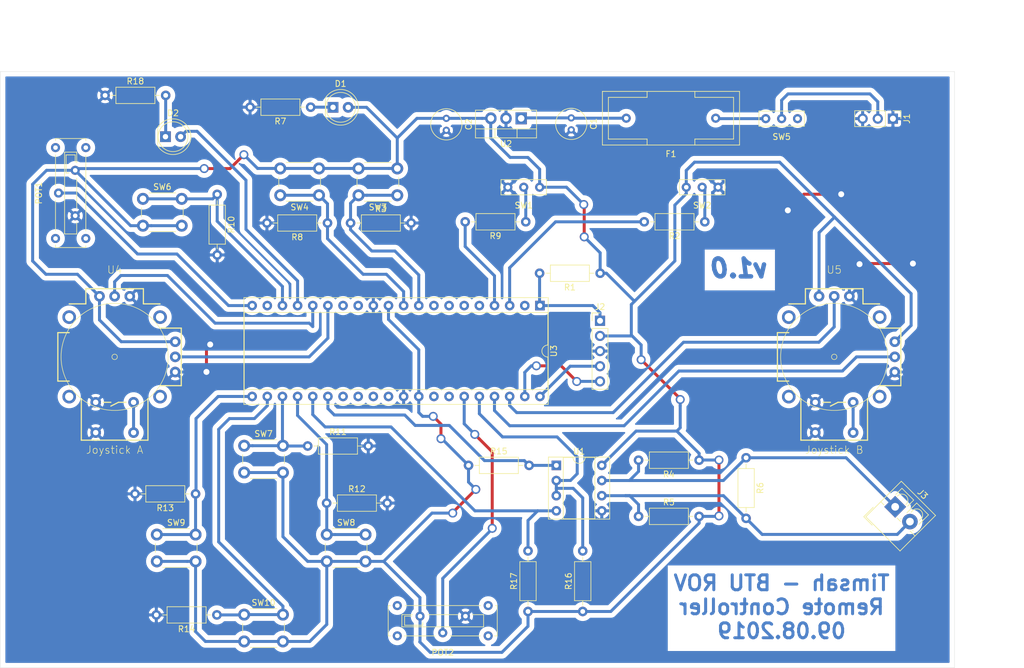
<source format=kicad_pcb>
(kicad_pcb (version 20171130) (host pcbnew "(5.1.2)-2")
  (title_block (title "Timsah - Remote Controller") (date 2019-08-09) (rev v1.0) (company "BTU ROV") (comment 1 "Designer: Bahtiyar Bayram"))
  (layers (0 F.Cu signal) (31 B.Cu signal) (34 B.Paste user) (35 F.Paste user) (36 B.SilkS user) (37 F.SilkS user) (38 B.Mask user) (39 F.Mask user) (44 Edge.Cuts user))
  (net 0 "")
  (net 1 "Net-(C1-Pad1)")
  (net 2 GND)
  (net 3 +5V)
  (net 4 "Net-(D1-Pad1)")
  (net 5 "Net-(F1-Pad2)")
  (net 6 "Net-(J1-Pad2)")
  (net 7 MCLR)
  (net 8 PGD)
  (net 9 PGC)
  (net 10 "Net-(J3-Pad1)")
  (net 11 "Net-(J3-Pad2)")
  (net 12 SERVO_Cam)
  (net 13 SERVO_Grip)
  (net 14 SW)
  (net 15 "Net-(R2-Pad1)")
  (net 16 Up)
  (net 17 Down)
  (net 18 "Net-(R9-Pad1)")
  (net 19 OTO_DEPTH)
  (net 20 TURN_BACK)
  (net 21 Forward)
  (net 22 Right)
  (net 23 Left)
  (net 24 Backward)
  (net 25 RX1)
  (net 26 ENABLE)
  (net 27 TX1)
  (net 28 "Net-(U3-Pad5)")
  (net 29 "Net-(U3-Pad6)")
  (net 30 "Net-(U3-Pad7)")
  (net 31 "Net-(U3-Pad8)")
  (net 32 VRX-A)
  (net 33 "Net-(U3-Pad13)")
  (net 34 VRY-A)
  (net 35 "Net-(U3-Pad14)")
  (net 36 VRX-B)
  (net 37 VRY-B)
  (net 38 "Net-(U4-Pad5)")
  (net 39 "Net-(U5-Pad5)")
  (net 40 "Net-(SW5-Pad3)")
  (net 41 "Net-(D2-Pad1)")
  (net 42 "Net-(U3-Pad27)")
  (net 43 "Net-(U3-Pad28)")
  (net 44 LED)
  (net 45 "Net-(U3-Pad29)")
  (net 46 "Net-(U3-Pad19)")
  (net 47 "Net-(U3-Pad30)")
  (net 48 "Net-(U3-Pad33)")
  (net 49 "Net-(U3-Pad34)")
  (net 50 "Net-(U3-Pad2)")
  (module Button_Switch_THT:SW_PUSH_6mm_H5mm (layer F.Cu) (at 112.875 110.75)
    (fp_text reference SW7 (at 3.25 -2) (layer F.SilkS))
    (fp_text value Forward)
    (pad 2 thru_hole circle (at 0 4.5 90) (size 2 2) (drill 1.1) (layers *.Cu *.Mask) (net 3 +5V))
    (pad 1 thru_hole circle (at 0 0 90) (size 2 2) (drill 1.1) (layers *.Cu *.Mask) (net 21 Forward))
    (pad 2 thru_hole circle (at 6.5 4.5 90) (size 2 2) (drill 1.1) (layers *.Cu *.Mask) (net 3 +5V))
    (pad 1 thru_hole circle (at 6.5 0 90) (size 2 2) (drill 1.1) (layers *.Cu *.Mask) (net 21 Forward))
  )
  (module Package_DIP:DIP-40_W15.24mm_Socket (layer F.Cu) (at 162.475 87.25 270)
    (fp_text reference U3 (at 7.62 -2.33 90) (layer F.SilkS))
    (fp_text value PIC18F45K22-IP)
    (pad 1 thru_hole rect (at 0 0 270) (size 1.6 1.6) (drill 0.8) (layers *.Cu *.Mask) (net 7 MCLR))
    (pad 21 thru_hole oval (at 15.24 48.26 270) (size 1.6 1.6) (drill 0.8) (layers *.Cu *.Mask) (net 23 Left))
    (pad 2 thru_hole oval (at 0 2.54 270) (size 1.6 1.6) (drill 0.8) (layers *.Cu *.Mask) (net 50 "Net-(U3-Pad2)"))
    (pad 22 thru_hole oval (at 15.24 45.72 270) (size 1.6 1.6) (drill 0.8) (layers *.Cu *.Mask) (net 24 Backward))
    (pad 3 thru_hole oval (at 0 5.08 270) (size 1.6 1.6) (drill 0.8) (layers *.Cu *.Mask) (net 14 SW))
    (pad 23 thru_hole oval (at 15.24 43.18 270) (size 1.6 1.6) (drill 0.8) (layers *.Cu *.Mask) (net 21 Forward))
    (pad 4 thru_hole oval (at 0 7.62 270) (size 1.6 1.6) (drill 0.8) (layers *.Cu *.Mask) (net 19 OTO_DEPTH))
    (pad 24 thru_hole oval (at 15.24 40.64 270) (size 1.6 1.6) (drill 0.8) (layers *.Cu *.Mask) (net 22 Right))
    (pad 5 thru_hole oval (at 0 10.16 270) (size 1.6 1.6) (drill 0.8) (layers *.Cu *.Mask) (net 28 "Net-(U3-Pad5)"))
    (pad 25 thru_hole oval (at 15.24 38.1 270) (size 1.6 1.6) (drill 0.8) (layers *.Cu *.Mask) (net 27 TX1))
    (pad 6 thru_hole oval (at 0 12.7 270) (size 1.6 1.6) (drill 0.8) (layers *.Cu *.Mask) (net 29 "Net-(U3-Pad6)"))
    (pad 26 thru_hole oval (at 15.24 35.56 270) (size 1.6 1.6) (drill 0.8) (layers *.Cu *.Mask) (net 25 RX1))
    (pad 7 thru_hole oval (at 0 15.24 270) (size 1.6 1.6) (drill 0.8) (layers *.Cu *.Mask) (net 30 "Net-(U3-Pad7)"))
    (pad 27 thru_hole oval (at 15.24 33.02 270) (size 1.6 1.6) (drill 0.8) (layers *.Cu *.Mask) (net 42 "Net-(U3-Pad27)"))
    (pad 8 thru_hole oval (at 0 17.78 270) (size 1.6 1.6) (drill 0.8) (layers *.Cu *.Mask) (net 31 "Net-(U3-Pad8)"))
    (pad 28 thru_hole oval (at 15.24 30.48 270) (size 1.6 1.6) (drill 0.8) (layers *.Cu *.Mask) (net 43 "Net-(U3-Pad28)"))
    (pad 9 thru_hole oval (at 0 20.32 270) (size 1.6 1.6) (drill 0.8) (layers *.Cu *.Mask) (net 16 Up))
    (pad 29 thru_hole oval (at 15.24 27.94 270) (size 1.6 1.6) (drill 0.8) (layers *.Cu *.Mask) (net 45 "Net-(U3-Pad29)"))
    (pad 10 thru_hole oval (at 0 22.86 270) (size 1.6 1.6) (drill 0.8) (layers *.Cu *.Mask) (net 17 Down))
    (pad 30 thru_hole oval (at 15.24 25.4 270) (size 1.6 1.6) (drill 0.8) (layers *.Cu *.Mask) (net 47 "Net-(U3-Pad30)"))
    (pad 11 thru_hole oval (at 0 25.4 270) (size 1.6 1.6) (drill 0.8) (layers *.Cu *.Mask) (net 3 +5V))
    (pad 31 thru_hole oval (at 15.24 22.86 270) (size 1.6 1.6) (drill 0.8) (layers *.Cu *.Mask) (net 2 GND))
    (pad 12 thru_hole oval (at 0 27.94 270) (size 1.6 1.6) (drill 0.8) (layers *.Cu *.Mask) (net 2 GND))
    (pad 32 thru_hole oval (at 15.24 20.32 270) (size 1.6 1.6) (drill 0.8) (layers *.Cu *.Mask) (net 3 +5V))
    (pad 13 thru_hole oval (at 0 30.48 270) (size 1.6 1.6) (drill 0.8) (layers *.Cu *.Mask) (net 33 "Net-(U3-Pad13)"))
    (pad 33 thru_hole oval (at 15.24 17.78 270) (size 1.6 1.6) (drill 0.8) (layers *.Cu *.Mask) (net 48 "Net-(U3-Pad33)"))
    (pad 14 thru_hole oval (at 0 33.02 270) (size 1.6 1.6) (drill 0.8) (layers *.Cu *.Mask) (net 35 "Net-(U3-Pad14)"))
    (pad 34 thru_hole oval (at 15.24 15.24 270) (size 1.6 1.6) (drill 0.8) (layers *.Cu *.Mask) (net 49 "Net-(U3-Pad34)"))
    (pad 15 thru_hole oval (at 0 35.56 270) (size 1.6 1.6) (drill 0.8) (layers *.Cu *.Mask) (net 32 VRX-A))
    (pad 35 thru_hole oval (at 15.24 12.7 270) (size 1.6 1.6) (drill 0.8) (layers *.Cu *.Mask) (net 13 SERVO_Grip))
    (pad 16 thru_hole oval (at 0 38.1 270) (size 1.6 1.6) (drill 0.8) (layers *.Cu *.Mask) (net 34 VRY-A))
    (pad 36 thru_hole oval (at 15.24 10.16 270) (size 1.6 1.6) (drill 0.8) (layers *.Cu *.Mask) (net 26 ENABLE))
    (pad 17 thru_hole oval (at 0 40.64 270) (size 1.6 1.6) (drill 0.8) (layers *.Cu *.Mask) (net 44 LED))
    (pad 37 thru_hole oval (at 15.24 7.62 270) (size 1.6 1.6) (drill 0.8) (layers *.Cu *.Mask) (net 36 VRX-B))
    (pad 18 thru_hole oval (at 0 43.18 270) (size 1.6 1.6) (drill 0.8) (layers *.Cu *.Mask) (net 20 TURN_BACK))
    (pad 38 thru_hole oval (at 15.24 5.08 270) (size 1.6 1.6) (drill 0.8) (layers *.Cu *.Mask) (net 37 VRY-B))
    (pad 19 thru_hole oval (at 0 45.72 270) (size 1.6 1.6) (drill 0.8) (layers *.Cu *.Mask) (net 46 "Net-(U3-Pad19)"))
    (pad 39 thru_hole oval (at 15.24 2.54 270) (size 1.6 1.6) (drill 0.8) (layers *.Cu *.Mask) (net 9 PGC))
    (pad 20 thru_hole oval (at 0 48.26 270) (size 1.6 1.6) (drill 0.8) (layers *.Cu *.Mask) (net 12 SERVO_Cam))
    (pad 40 thru_hole oval (at 15.24 0 270) (size 1.6 1.6) (drill 0.8) (layers *.Cu *.Mask) (net 8 PGD))
  )
  (module Capacitor_THT:C_Radial_D5.0mm_H7.0mm_P2.00mm (layer F.Cu) (at 167.725 55.775 270)
    (fp_text reference C1 (at 1 -3.75 90) (layer F.SilkS))
    (fp_text value 0.33uF)
    (pad 2 thru_hole circle (at 2 0 270) (size 1.2 1.2) (drill 0.6) (layers *.Cu *.Mask) (net 2 GND))
    (pad 1 thru_hole circle (at 0 0 270) (size 1.2 1.2) (drill 0.6) (layers *.Cu *.Mask) (net 1 "Net-(C1-Pad1)"))
  )
  (module Capacitor_THT:C_Radial_D5.0mm_H7.0mm_P2.00mm (layer F.Cu) (at 146.775 55.85 270)
    (fp_text reference C2 (at 1 -3.75 90) (layer F.SilkS))
    (fp_text value 0.1uF)
    (pad 1 thru_hole circle (at 0 0 270) (size 1.2 1.2) (drill 0.6) (layers *.Cu *.Mask) (net 3 +5V))
    (pad 2 thru_hole circle (at 2 0 270) (size 1.2 1.2) (drill 0.6) (layers *.Cu *.Mask) (net 2 GND))
  )
  (module LED_THT:LED_D5.0mm (layer F.Cu) (at 127.775 54)
    (fp_text reference D1 (at 1.27 -3.96) (layer F.SilkS))
    (fp_text value "POWER LED")
    (pad 1 thru_hole rect (at 0 0) (size 1.8 1.8) (drill 0.9) (layers *.Cu *.Mask) (net 4 "Net-(D1-Pad1)"))
    (pad 2 thru_hole circle (at 2.54 0) (size 1.8 1.8) (drill 0.9) (layers *.Cu *.Mask) (net 3 +5V))
  )
  (module Timsah_Remote-Control:Fuseholder_23x9x10mm (layer F.Cu) (at 184.45 55.825)
    (fp_text reference F1 (at 0 6) (layer F.SilkS))
    (fp_text value "Fuse 1A")
    (pad 1 thru_hole circle (at -7.5 0) (size 1.524 1.524) (drill 0.762) (layers *.Cu *.Mask) (net 1 "Net-(C1-Pad1)"))
    (pad 2 thru_hole circle (at 7.5 0) (size 1.524 1.524) (drill 0.762) (layers *.Cu *.Mask) (net 5 "Net-(F1-Pad2)"))
  )
  (module Connector_PinHeader_2.54mm:PinHeader_1x03_P2.54mm_Vertical (layer F.Cu) (at 221.675 55.9 270)
    (fp_text reference J1 (at 0 -2.33 90) (layer F.SilkS))
    (fp_text value "Güç Girişi")
    (pad 1 thru_hole rect (at 0 0 270) (size 1.7 1.7) (drill 1) (layers *.Cu *.Mask) (net 2 GND))
    (pad 2 thru_hole oval (at 0 2.54 270) (size 1.7 1.7) (drill 1) (layers *.Cu *.Mask) (net 6 "Net-(J1-Pad2)"))
    (pad 3 thru_hole oval (at 0 5.08 270) (size 1.7 1.7) (drill 1) (layers *.Cu *.Mask) (net 2 GND))
  )
  (module Connector_PinHeader_2.54mm:PinHeader_1x05_P2.54mm_Vertical (layer F.Cu) (at 172.55 89.8)
    (fp_text reference J2 (at 0 -2.33) (layer F.SilkS))
    (fp_text value ICSP)
    (pad 1 thru_hole rect (at 0 0) (size 1.7 1.7) (drill 1) (layers *.Cu *.Mask) (net 7 MCLR))
    (pad 2 thru_hole oval (at 0 2.54) (size 1.7 1.7) (drill 1) (layers *.Cu *.Mask) (net 3 +5V))
    (pad 3 thru_hole oval (at 0 5.08) (size 1.7 1.7) (drill 1) (layers *.Cu *.Mask) (net 2 GND))
    (pad 4 thru_hole oval (at 0 7.62) (size 1.7 1.7) (drill 1) (layers *.Cu *.Mask) (net 8 PGD))
    (pad 5 thru_hole oval (at 0 10.16) (size 1.7 1.7) (drill 1) (layers *.Cu *.Mask) (net 9 PGC))
  )
  (module TerminalBlock_4Ucon:TerminalBlock_4Ucon_1x02_P3.50mm_Vertical (layer F.Cu) (at 222.05 121 315)
    (fp_text reference J3 (at 1.75 -4.76 135) (layer F.SilkS))
    (fp_text value Klemens)
    (pad 1 thru_hole rect (at 0 0 315) (size 2.6 2.6) (drill 1.3) (layers *.Cu *.Mask) (net 10 "Net-(J3-Pad1)"))
    (pad 2 thru_hole circle (at 3.5 0 315) (size 2.6 2.6) (drill 1.3) (layers *.Cu *.Mask) (net 11 "Net-(J3-Pad2)"))
  )
  (module Timsah_Remote-Control:Potentiometer_Lineer-B503 (layer F.Cu) (at 83.775 68.375 270)
    (fp_text reference POT1 (at 0 5.334 90) (layer F.SilkS))
    (fp_text value 10K)
    (pad 4 thru_hole circle (at 7.62 -2.54 270) (size 1.524 1.524) (drill 0.762) (layers *.Cu *.Mask))
    (pad 4 thru_hole circle (at 7.62 2.54 270) (size 1.524 1.524) (drill 0.762) (layers *.Cu *.Mask))
    (pad 4 thru_hole circle (at -7.62 2.54 270) (size 1.524 1.524) (drill 0.762) (layers *.Cu *.Mask))
    (pad 4 thru_hole circle (at -7.62 -2.54 270) (size 1.524 1.524) (drill 0.762) (layers *.Cu *.Mask))
    (pad 2 thru_hole circle (at 0 2.032 270) (size 1.524 1.524) (drill 0.762) (layers *.Cu *.Mask) (net 12 SERVO_Cam))
    (pad 1 thru_hole circle (at -3.81 -0.762 270) (size 1.524 1.524) (drill 0.762) (layers *.Cu *.Mask) (net 3 +5V))
    (pad 3 thru_hole circle (at 3.81 -0.762 270) (size 1.524 1.524) (drill 0.762) (layers *.Cu *.Mask) (net 2 GND))
  )
  (module Timsah_Remote-Control:Potentiometer_Lineer-B503 (layer F.Cu) (at 146.175 140.1)
    (fp_text reference POT2 (at 0 5.334) (layer F.SilkS))
    (fp_text value 10K)
    (pad 3 thru_hole circle (at 3.81 -0.762) (size 1.524 1.524) (drill 0.762) (layers *.Cu *.Mask) (net 2 GND))
    (pad 1 thru_hole circle (at -3.81 -0.762) (size 1.524 1.524) (drill 0.762) (layers *.Cu *.Mask) (net 3 +5V))
    (pad 2 thru_hole circle (at 0 2.032) (size 1.524 1.524) (drill 0.762) (layers *.Cu *.Mask) (net 13 SERVO_Grip))
    (pad 4 thru_hole circle (at -7.62 -2.54) (size 1.524 1.524) (drill 0.762) (layers *.Cu *.Mask))
    (pad 4 thru_hole circle (at -7.62 2.54) (size 1.524 1.524) (drill 0.762) (layers *.Cu *.Mask))
    (pad 4 thru_hole circle (at 7.62 2.54) (size 1.524 1.524) (drill 0.762) (layers *.Cu *.Mask))
    (pad 4 thru_hole circle (at 7.62 -2.54) (size 1.524 1.524) (drill 0.762) (layers *.Cu *.Mask))
  )
  (module Resistor_THT:R_Axial_DIN0207_L6.3mm_D2.5mm_P10.16mm_Horizontal (layer F.Cu) (at 172.575 81.825 180)
    (fp_text reference R1 (at 5.08 -2.37) (layer F.SilkS))
    (fp_text value 10K)
    (pad 2 thru_hole oval (at 10.16 0 180) (size 1.6 1.6) (drill 0.8) (layers *.Cu *.Mask) (net 7 MCLR))
    (pad 1 thru_hole circle (at 0 0 180) (size 1.6 1.6) (drill 0.8) (layers *.Cu *.Mask) (net 3 +5V))
  )
  (module Resistor_THT:R_Axial_DIN0207_L6.3mm_D2.5mm_P10.16mm_Horizontal (layer F.Cu) (at 190.125 73.2 180)
    (fp_text reference R2 (at 5.08 -2.37) (layer F.SilkS))
    (fp_text value 4k7)
    (pad 2 thru_hole oval (at 10.16 0 180) (size 1.6 1.6) (drill 0.8) (layers *.Cu *.Mask) (net 14 SW))
    (pad 1 thru_hole circle (at 0 0 180) (size 1.6 1.6) (drill 0.8) (layers *.Cu *.Mask) (net 15 "Net-(R2-Pad1)"))
  )
  (module Resistor_THT:R_Axial_DIN0207_L6.3mm_D2.5mm_P10.16mm_Horizontal (layer F.Cu) (at 130.715 73.4)
    (fp_text reference R3 (at 5.08 -2.37) (layer F.SilkS))
    (fp_text value 4k7)
    (pad 1 thru_hole circle (at 0 0) (size 1.6 1.6) (drill 0.8) (layers *.Cu *.Mask) (net 16 Up))
    (pad 2 thru_hole oval (at 10.16 0) (size 1.6 1.6) (drill 0.8) (layers *.Cu *.Mask) (net 2 GND))
  )
  (module Resistor_THT:R_Axial_DIN0207_L6.3mm_D2.5mm_P10.16mm_Horizontal (layer F.Cu) (at 189.175 113.175 180)
    (fp_text reference R4 (at 5.08 -2.37) (layer F.SilkS))
    (fp_text value 20k)
    (pad 2 thru_hole oval (at 10.16 0 180) (size 1.6 1.6) (drill 0.8) (layers *.Cu *.Mask) (net 10 "Net-(J3-Pad1)"))
    (pad 1 thru_hole circle (at 0 0 180) (size 1.6 1.6) (drill 0.8) (layers *.Cu *.Mask) (net 3 +5V))
  )
  (module Resistor_THT:R_Axial_DIN0207_L6.3mm_D2.5mm_P10.16mm_Horizontal (layer F.Cu) (at 179.015 122.6)
    (fp_text reference R5 (at 5.08 -2.37) (layer F.SilkS))
    (fp_text value 20k)
    (pad 1 thru_hole circle (at 0 0) (size 1.6 1.6) (drill 0.8) (layers *.Cu *.Mask) (net 11 "Net-(J3-Pad2)"))
    (pad 2 thru_hole oval (at 10.16 0) (size 1.6 1.6) (drill 0.8) (layers *.Cu *.Mask) (net 3 +5V))
  )
  (module Resistor_THT:R_Axial_DIN0207_L6.3mm_D2.5mm_P10.16mm_Horizontal (layer F.Cu) (at 197.05 112.77 270)
    (fp_text reference R6 (at 5.08 -2.37 90) (layer F.SilkS))
    (fp_text value 120)
    (pad 2 thru_hole oval (at 10.16 0 270) (size 1.6 1.6) (drill 0.8) (layers *.Cu *.Mask) (net 11 "Net-(J3-Pad2)"))
    (pad 1 thru_hole circle (at 0 0 270) (size 1.6 1.6) (drill 0.8) (layers *.Cu *.Mask) (net 10 "Net-(J3-Pad1)"))
  )
  (module Resistor_THT:R_Axial_DIN0207_L6.3mm_D2.5mm_P10.16mm_Horizontal (layer F.Cu) (at 124.025 53.975 180)
    (fp_text reference R7 (at 5.08 -2.37) (layer F.SilkS))
    (fp_text value 330)
    (pad 1 thru_hole circle (at 0 0 180) (size 1.6 1.6) (drill 0.8) (layers *.Cu *.Mask) (net 4 "Net-(D1-Pad1)"))
    (pad 2 thru_hole oval (at 10.16 0 180) (size 1.6 1.6) (drill 0.8) (layers *.Cu *.Mask) (net 2 GND))
  )
  (module Resistor_THT:R_Axial_DIN0207_L6.3mm_D2.5mm_P10.16mm_Horizontal (layer F.Cu) (at 126.85 73.4 180)
    (fp_text reference R8 (at 5.08 -2.37) (layer F.SilkS))
    (fp_text value 4k7)
    (pad 2 thru_hole oval (at 10.16 0 180) (size 1.6 1.6) (drill 0.8) (layers *.Cu *.Mask) (net 2 GND))
    (pad 1 thru_hole circle (at 0 0 180) (size 1.6 1.6) (drill 0.8) (layers *.Cu *.Mask) (net 17 Down))
  )
  (module Resistor_THT:R_Axial_DIN0207_L6.3mm_D2.5mm_P10.16mm_Horizontal (layer F.Cu) (at 160.1 73.2 180)
    (fp_text reference R9 (at 5.08 -2.37) (layer F.SilkS))
    (fp_text value 4k7)
    (pad 1 thru_hole circle (at 0 0 180) (size 1.6 1.6) (drill 0.8) (layers *.Cu *.Mask) (net 18 "Net-(R9-Pad1)"))
    (pad 2 thru_hole oval (at 10.16 0 180) (size 1.6 1.6) (drill 0.8) (layers *.Cu *.Mask) (net 19 OTO_DEPTH))
  )
  (module Resistor_THT:R_Axial_DIN0207_L6.3mm_D2.5mm_P10.16mm_Horizontal (layer F.Cu) (at 108.35 68.6 270)
    (fp_text reference R10 (at 5.08 -2.37 90) (layer F.SilkS))
    (fp_text value 4k7)
    (pad 1 thru_hole circle (at 0 0 270) (size 1.6 1.6) (drill 0.8) (layers *.Cu *.Mask) (net 20 TURN_BACK))
    (pad 2 thru_hole oval (at 10.16 0 270) (size 1.6 1.6) (drill 0.8) (layers *.Cu *.Mask) (net 2 GND))
  )
  (module Resistor_THT:R_Axial_DIN0207_L6.3mm_D2.5mm_P10.16mm_Horizontal (layer F.Cu) (at 123.525 110.8)
    (fp_text reference R11 (at 5.08 -2.37) (layer F.SilkS))
    (fp_text value 4k7)
    (pad 1 thru_hole circle (at 0 0) (size 1.6 1.6) (drill 0.8) (layers *.Cu *.Mask) (net 21 Forward))
    (pad 2 thru_hole oval (at 10.16 0) (size 1.6 1.6) (drill 0.8) (layers *.Cu *.Mask) (net 2 GND))
  )
  (module Resistor_THT:R_Axial_DIN0207_L6.3mm_D2.5mm_P10.16mm_Horizontal (layer F.Cu) (at 126.7 120.375)
    (fp_text reference R12 (at 5.08 -2.37) (layer F.SilkS))
    (fp_text value 4k7)
    (pad 2 thru_hole oval (at 10.16 0) (size 1.6 1.6) (drill 0.8) (layers *.Cu *.Mask) (net 2 GND))
    (pad 1 thru_hole circle (at 0 0) (size 1.6 1.6) (drill 0.8) (layers *.Cu *.Mask) (net 22 Right))
  )
  (module Resistor_THT:R_Axial_DIN0207_L6.3mm_D2.5mm_P10.16mm_Horizontal (layer F.Cu) (at 104.725 118.825 180)
    (fp_text reference R13 (at 5.08 -2.37) (layer F.SilkS))
    (fp_text value 4k7)
    (pad 1 thru_hole circle (at 0 0 180) (size 1.6 1.6) (drill 0.8) (layers *.Cu *.Mask) (net 23 Left))
    (pad 2 thru_hole oval (at 10.16 0 180) (size 1.6 1.6) (drill 0.8) (layers *.Cu *.Mask) (net 2 GND))
  )
  (module Resistor_THT:R_Axial_DIN0207_L6.3mm_D2.5mm_P10.16mm_Horizontal (layer F.Cu) (at 108.3 139.125 180)
    (fp_text reference R14 (at 5.08 -2.37) (layer F.SilkS))
    (fp_text value 4k7)
    (pad 2 thru_hole oval (at 10.16 0 180) (size 1.6 1.6) (drill 0.8) (layers *.Cu *.Mask) (net 2 GND))
    (pad 1 thru_hole circle (at 0 0 180) (size 1.6 1.6) (drill 0.8) (layers *.Cu *.Mask) (net 24 Backward))
  )
  (module Resistor_THT:R_Axial_DIN0207_L6.3mm_D2.5mm_P10.16mm_Horizontal (layer F.Cu) (at 150.5 114.05)
    (fp_text reference R15 (at 5.08 -2.37) (layer F.SilkS))
    (fp_text value 10k)
    (pad 2 thru_hole oval (at 10.16 0) (size 1.6 1.6) (drill 0.8) (layers *.Cu *.Mask) (net 25 RX1))
    (pad 1 thru_hole circle (at 0 0) (size 1.6 1.6) (drill 0.8) (layers *.Cu *.Mask) (net 3 +5V))
  )
  (module Resistor_THT:R_Axial_DIN0207_L6.3mm_D2.5mm_P10.16mm_Horizontal (layer F.Cu) (at 169.65 138.55 90)
    (fp_text reference R16 (at 5.08 -2.37 90) (layer F.SilkS))
    (fp_text value 10k)
    (pad 1 thru_hole circle (at 0 0 90) (size 1.6 1.6) (drill 0.8) (layers *.Cu *.Mask) (net 3 +5V))
    (pad 2 thru_hole oval (at 10.16 0 90) (size 1.6 1.6) (drill 0.8) (layers *.Cu *.Mask) (net 26 ENABLE))
  )
  (module Resistor_THT:R_Axial_DIN0207_L6.3mm_D2.5mm_P10.16mm_Horizontal (layer F.Cu) (at 160.475 138.55 90)
    (fp_text reference R17 (at 5.08 -2.37 90) (layer F.SilkS))
    (fp_text value 10k)
    (pad 1 thru_hole circle (at 0 0 90) (size 1.6 1.6) (drill 0.8) (layers *.Cu *.Mask) (net 3 +5V))
    (pad 2 thru_hole oval (at 10.16 0 90) (size 1.6 1.6) (drill 0.8) (layers *.Cu *.Mask) (net 27 TX1))
  )
  (module Timsah_Remote-Control:SW_Slide_1P2T_0.105pitch (layer F.Cu) (at 159.758 67.4)
    (fp_text reference SW1 (at 0 3.048) (layer F.SilkS))
    (fp_text value "Oto Depth")
    (pad 2 thru_hole circle (at 0 0) (size 1.524 1.524) (drill 0.762) (layers *.Cu *.Mask) (net 18 "Net-(R9-Pad1)"))
    (pad 3 thru_hole circle (at 2.667 0) (size 1.524 1.524) (drill 0.762) (layers *.Cu *.Mask) (net 3 +5V))
    (pad 1 thru_hole circle (at -2.667 0) (size 1.524 1.524) (drill 0.762) (layers *.Cu *.Mask) (net 2 GND))
  )
  (module Timsah_Remote-Control:SW_Slide_1P2T_0.105pitch (layer F.Cu) (at 189.683 67.4)
    (fp_text reference SW2 (at 0 3.048) (layer F.SilkS))
    (fp_text value Lights)
    (pad 2 thru_hole circle (at 0 0) (size 1.524 1.524) (drill 0.762) (layers *.Cu *.Mask) (net 15 "Net-(R2-Pad1)"))
    (pad 3 thru_hole circle (at 2.667 0) (size 1.524 1.524) (drill 0.762) (layers *.Cu *.Mask) (net 2 GND))
    (pad 1 thru_hole circle (at -2.667 0) (size 1.524 1.524) (drill 0.762) (layers *.Cu *.Mask) (net 3 +5V))
  )
  (module Button_Switch_THT:SW_PUSH_6mm_H5mm (layer F.Cu) (at 138.55 68.75 180)
    (fp_text reference SW3 (at 3.25 -2) (layer F.SilkS))
    (fp_text value Up)
    (pad 1 thru_hole circle (at 6.5 0 270) (size 2 2) (drill 1.1) (layers *.Cu *.Mask) (net 16 Up))
    (pad 2 thru_hole circle (at 6.5 4.5 270) (size 2 2) (drill 1.1) (layers *.Cu *.Mask) (net 3 +5V))
    (pad 1 thru_hole circle (at 0 0 270) (size 2 2) (drill 1.1) (layers *.Cu *.Mask) (net 16 Up))
    (pad 2 thru_hole circle (at 0 4.5 270) (size 2 2) (drill 1.1) (layers *.Cu *.Mask) (net 3 +5V))
  )
  (module Button_Switch_THT:SW_PUSH_6mm_H5mm (layer F.Cu) (at 125.425 68.75 180)
    (fp_text reference SW4 (at 3.25 -2) (layer F.SilkS))
    (fp_text value Down)
    (pad 2 thru_hole circle (at 0 4.5 270) (size 2 2) (drill 1.1) (layers *.Cu *.Mask) (net 3 +5V))
    (pad 1 thru_hole circle (at 0 0 270) (size 2 2) (drill 1.1) (layers *.Cu *.Mask) (net 17 Down))
    (pad 2 thru_hole circle (at 6.5 4.5 270) (size 2 2) (drill 1.1) (layers *.Cu *.Mask) (net 3 +5V))
    (pad 1 thru_hole circle (at 6.5 0 270) (size 2 2) (drill 1.1) (layers *.Cu *.Mask) (net 17 Down))
  )
  (module Timsah_Remote-Control:SW_Slide_1P2T_0.105pitch (layer F.Cu) (at 203.008 55.9)
    (fp_text reference SW5 (at 0 3.048) (layer F.SilkS))
    (fp_text value Power)
    (pad 1 thru_hole circle (at -2.667 0) (size 1.524 1.524) (drill 0.762) (layers *.Cu *.Mask) (net 5 "Net-(F1-Pad2)"))
    (pad 3 thru_hole circle (at 2.667 0) (size 1.524 1.524) (drill 0.762) (layers *.Cu *.Mask) (net 40 "Net-(SW5-Pad3)"))
    (pad 2 thru_hole circle (at 0 0) (size 1.524 1.524) (drill 0.762) (layers *.Cu *.Mask) (net 6 "Net-(J1-Pad2)"))
  )
  (module Button_Switch_THT:SW_PUSH_6mm_H5mm (layer F.Cu) (at 95.9 69.35)
    (fp_text reference SW6 (at 3.25 -2) (layer F.SilkS))
    (fp_text value "Turn Back")
    (pad 2 thru_hole circle (at 0 4.5 90) (size 2 2) (drill 1.1) (layers *.Cu *.Mask) (net 3 +5V))
    (pad 1 thru_hole circle (at 0 0 90) (size 2 2) (drill 1.1) (layers *.Cu *.Mask) (net 20 TURN_BACK))
    (pad 2 thru_hole circle (at 6.5 4.5 90) (size 2 2) (drill 1.1) (layers *.Cu *.Mask) (net 3 +5V))
    (pad 1 thru_hole circle (at 6.5 0 90) (size 2 2) (drill 1.1) (layers *.Cu *.Mask) (net 20 TURN_BACK))
  )
  (module Button_Switch_THT:SW_PUSH_6mm_H5mm (layer F.Cu) (at 126.725 125.65)
    (fp_text reference SW8 (at 3.25 -2) (layer F.SilkS))
    (fp_text value Right)
    (pad 2 thru_hole circle (at 0 4.5 90) (size 2 2) (drill 1.1) (layers *.Cu *.Mask) (net 3 +5V))
    (pad 1 thru_hole circle (at 0 0 90) (size 2 2) (drill 1.1) (layers *.Cu *.Mask) (net 22 Right))
    (pad 2 thru_hole circle (at 6.5 4.5 90) (size 2 2) (drill 1.1) (layers *.Cu *.Mask) (net 3 +5V))
    (pad 1 thru_hole circle (at 6.5 0 90) (size 2 2) (drill 1.1) (layers *.Cu *.Mask) (net 22 Right))
  )
  (module Button_Switch_THT:SW_PUSH_6mm_H5mm (layer F.Cu) (at 98.225 125.65)
    (fp_text reference SW9 (at 3.25 -2) (layer F.SilkS))
    (fp_text value Left)
    (pad 1 thru_hole circle (at 6.5 0 90) (size 2 2) (drill 1.1) (layers *.Cu *.Mask) (net 23 Left))
    (pad 2 thru_hole circle (at 6.5 4.5 90) (size 2 2) (drill 1.1) (layers *.Cu *.Mask) (net 3 +5V))
    (pad 1 thru_hole circle (at 0 0 90) (size 2 2) (drill 1.1) (layers *.Cu *.Mask) (net 23 Left))
    (pad 2 thru_hole circle (at 0 4.5 90) (size 2 2) (drill 1.1) (layers *.Cu *.Mask) (net 3 +5V))
  )
  (module Button_Switch_THT:SW_PUSH_6mm_H5mm (layer F.Cu) (at 112.875 139.075)
    (fp_text reference SW10 (at 3.25 -2) (layer F.SilkS))
    (fp_text value Backward)
    (pad 1 thru_hole circle (at 6.5 0 90) (size 2 2) (drill 1.1) (layers *.Cu *.Mask) (net 24 Backward))
    (pad 2 thru_hole circle (at 6.5 4.5 90) (size 2 2) (drill 1.1) (layers *.Cu *.Mask) (net 3 +5V))
    (pad 1 thru_hole circle (at 0 0 90) (size 2 2) (drill 1.1) (layers *.Cu *.Mask) (net 24 Backward))
    (pad 2 thru_hole circle (at 0 4.5 90) (size 2 2) (drill 1.1) (layers *.Cu *.Mask) (net 3 +5V))
  )
  (module Package_DIP:DIP-8_W7.62mm_Socket (layer F.Cu) (at 165.225 114.05)
    (fp_text reference U1 (at 3.81 -2.33) (layer F.SilkS))
    (fp_text value MAX485E)
    (pad 1 thru_hole rect (at 0 0) (size 1.6 1.6) (drill 0.8) (layers *.Cu *.Mask) (net 25 RX1))
    (pad 5 thru_hole oval (at 7.62 7.62) (size 1.6 1.6) (drill 0.8) (layers *.Cu *.Mask) (net 2 GND))
    (pad 2 thru_hole oval (at 0 2.54) (size 1.6 1.6) (drill 0.8) (layers *.Cu *.Mask) (net 26 ENABLE))
    (pad 6 thru_hole oval (at 7.62 5.08) (size 1.6 1.6) (drill 0.8) (layers *.Cu *.Mask) (net 11 "Net-(J3-Pad2)"))
    (pad 3 thru_hole oval (at 0 5.08) (size 1.6 1.6) (drill 0.8) (layers *.Cu *.Mask) (net 26 ENABLE))
    (pad 7 thru_hole oval (at 7.62 2.54) (size 1.6 1.6) (drill 0.8) (layers *.Cu *.Mask) (net 10 "Net-(J3-Pad1)"))
    (pad 4 thru_hole oval (at 0 7.62) (size 1.6 1.6) (drill 0.8) (layers *.Cu *.Mask) (net 27 TX1))
    (pad 8 thru_hole oval (at 7.62 0) (size 1.6 1.6) (drill 0.8) (layers *.Cu *.Mask) (net 3 +5V))
  )
  (module Package_TO_SOT_THT:TO-220-3_Vertical (layer F.Cu) (at 159.325 55.85 180)
    (fp_text reference U2 (at 2.54 -4.27) (layer F.SilkS))
    (fp_text value LM7805_TO220)
    (pad 1 thru_hole rect (at 0 0 180) (size 1.905 2) (drill 1.1) (layers *.Cu *.Mask) (net 1 "Net-(C1-Pad1)"))
    (pad 2 thru_hole oval (at 2.54 0 180) (size 1.905 2) (drill 1.1) (layers *.Cu *.Mask) (net 2 GND))
    (pad 3 thru_hole oval (at 5.08 0 180) (size 1.905 2) (drill 1.1) (layers *.Cu *.Mask) (net 3 +5V))
  )
  (module Timsah_Remote-Control:Joystick (layer F.Cu) (at 91.15 95.85 180)
    (fp_text reference U4 (at 0 14.6) (layer F.SilkS) (effects (font (size 1.27 1.27) (thickness 0.1016))))
    (fp_text value "Joystick A" (at 0 -15.6) (layer F.SilkS) (effects (font (size 1.27 1.27) (thickness 0.1016))))
    (pad 2 thru_hole circle (at -10.16 2.54 180) (size 1.778 1.778) (drill 0.889) (layers *.Cu *.Mask) (net 3 +5V))
    (pad 3 thru_hole circle (at -10.16 0 180) (size 1.778 1.778) (drill 0.889) (layers *.Cu *.Mask) (net 32 VRX-A))
    (pad 1 thru_hole circle (at -10.16 -2.54 180) (size 1.778 1.778) (drill 0.889) (layers *.Cu *.Mask) (net 2 GND))
    (pad MOUN thru_hole circle (at 7.62 -6.6675 180) (size 2.286 2.286) (drill 1.397) (layers *.Cu *.Mask))
    (pad MOUN thru_hole circle (at 7.62 6.6675 180) (size 2.286 2.286) (drill 1.397) (layers *.Cu *.Mask))
    (pad MOUN thru_hole circle (at -7.62 6.6675 180) (size 2.286 2.286) (drill 1.397) (layers *.Cu *.Mask))
    (pad MOUN thru_hole circle (at -7.62 -6.6675 180) (size 2.286 2.286) (drill 1.397) (layers *.Cu *.Mask))
    (pad 2 thru_hole circle (at 2.54 10.16 180) (size 1.778 1.778) (drill 0.889) (layers *.Cu *.Mask) (net 3 +5V))
    (pad 4 thru_hole circle (at 0 10.16 180) (size 1.778 1.778) (drill 0.889) (layers *.Cu *.Mask) (net 34 VRY-A))
    (pad 1 thru_hole circle (at -2.54 10.16 180) (size 1.778 1.778) (drill 0.889) (layers *.Cu *.Mask) (net 2 GND))
    (pad 1 thru_hole circle (at 3.175 -7.62 180) (size 1.778 1.778) (drill 0.89916) (layers *.Cu *.Mask) (net 2 GND))
    (pad 5 thru_hole circle (at -3.175 -7.62 180) (size 1.778 1.778) (drill 0.89916) (layers *.Cu *.Mask) (net 38 "Net-(U4-Pad5)"))
    (pad 1 thru_hole circle (at 3.175 -12.7 180) (size 1.778 1.778) (drill 0.89916) (layers *.Cu *.Mask) (net 2 GND))
    (pad 5 thru_hole circle (at -3.175 -12.7 180) (size 1.778 1.778) (drill 0.89916) (layers *.Cu *.Mask) (net 38 "Net-(U4-Pad5)"))
  )
  (module Timsah_Remote-Control:Joystick (layer F.Cu) (at 211.825 95.85 180)
    (fp_text reference U5 (at 0 14.6) (layer F.SilkS) (effects (font (size 1.27 1.27) (thickness 0.1016))))
    (fp_text value "Joystick B" (at 0 -15.6) (layer F.SilkS) (effects (font (size 1.27 1.27) (thickness 0.1016))))
    (pad 5 thru_hole circle (at -3.175 -12.7 180) (size 1.778 1.778) (drill 0.89916) (layers *.Cu *.Mask) (net 39 "Net-(U5-Pad5)"))
    (pad 1 thru_hole circle (at 3.175 -12.7 180) (size 1.778 1.778) (drill 0.89916) (layers *.Cu *.Mask) (net 2 GND))
    (pad 5 thru_hole circle (at -3.175 -7.62 180) (size 1.778 1.778) (drill 0.89916) (layers *.Cu *.Mask) (net 39 "Net-(U5-Pad5)"))
    (pad 1 thru_hole circle (at 3.175 -7.62 180) (size 1.778 1.778) (drill 0.89916) (layers *.Cu *.Mask) (net 2 GND))
    (pad 1 thru_hole circle (at -2.54 10.16 180) (size 1.778 1.778) (drill 0.889) (layers *.Cu *.Mask) (net 2 GND))
    (pad 4 thru_hole circle (at 0 10.16 180) (size 1.778 1.778) (drill 0.889) (layers *.Cu *.Mask) (net 37 VRY-B))
    (pad 2 thru_hole circle (at 2.54 10.16 180) (size 1.778 1.778) (drill 0.889) (layers *.Cu *.Mask) (net 3 +5V))
    (pad MOUN thru_hole circle (at -7.62 -6.6675 180) (size 2.286 2.286) (drill 1.397) (layers *.Cu *.Mask))
    (pad MOUN thru_hole circle (at -7.62 6.6675 180) (size 2.286 2.286) (drill 1.397) (layers *.Cu *.Mask))
    (pad MOUN thru_hole circle (at 7.62 6.6675 180) (size 2.286 2.286) (drill 1.397) (layers *.Cu *.Mask))
    (pad MOUN thru_hole circle (at 7.62 -6.6675 180) (size 2.286 2.286) (drill 1.397) (layers *.Cu *.Mask))
    (pad 1 thru_hole circle (at -10.16 -2.54 180) (size 1.778 1.778) (drill 0.889) (layers *.Cu *.Mask) (net 2 GND))
    (pad 3 thru_hole circle (at -10.16 0 180) (size 1.778 1.778) (drill 0.889) (layers *.Cu *.Mask) (net 36 VRX-B))
    (pad 2 thru_hole circle (at -10.16 2.54 180) (size 1.778 1.778) (drill 0.889) (layers *.Cu *.Mask) (net 3 +5V))
  )
  (module LED_THT:LED_D5.0mm (layer F.Cu) (at 99.675001 58.925001)
    (fp_text reference D2 (at 1.27 -3.96) (layer F.SilkS))
    (fp_text value LED)
    (pad 1 thru_hole rect (at 0 0) (size 1.8 1.8) (drill 0.9) (layers *.Cu *.Mask) (net 41 "Net-(D2-Pad1)"))
    (pad 2 thru_hole circle (at 2.54 0) (size 1.8 1.8) (drill 0.9) (layers *.Cu *.Mask) (net 44 LED))
  )
  (module Resistor_THT:R_Axial_DIN0207_L6.3mm_D2.5mm_P10.16mm_Horizontal (layer F.Cu) (at 89.55 52)
    (fp_text reference R18 (at 5.08 -2.37) (layer F.SilkS))
    (fp_text value 1k)
    (pad 1 thru_hole circle (at 0 0) (size 1.6 1.6) (drill 0.8) (layers *.Cu *.Mask) (net 2 GND))
    (pad 2 thru_hole oval (at 10.16 0) (size 1.6 1.6) (drill 0.8) (layers *.Cu *.Mask) (net 41 "Net-(D2-Pad1)"))
  )
  (gr_text v1.0 (at 196 81) (layer B.Cu) (effects (font (size 3 3) (thickness 0.75) italic) (justify mirror)))
  (gr_text "Timsah - BTU ROV\nRemote Controller\n09.08.2019" (at 203 137.8) (layer B.Cu) (effects (font (size 2.5 2.5) (thickness 0.5)) (justify mirror)))
  (gr_line (start 232 148) (end 72 148) (layer Edge.Cuts) (width 0.05))
  (gr_line (start 232 48) (end 232 148) (layer Edge.Cuts) (width 0.05))
  (gr_line (start 72 148) (end 72 48) (layer Edge.Cuts) (width 0.05))
  (gr_line (start 72 48) (end 232 48) (layer Edge.Cuts) (width 0.05))
  (segment (start 167.775 55.825) (end 167.725 55.775) (width 0.5) (layer B.Cu) (net 1))
  (segment (start 176.95 55.825) (end 167.775 55.825) (width 0.5) (layer B.Cu) (net 1))
  (segment (start 159.4 55.775) (end 159.325 55.85) (width 0.5) (layer B.Cu) (net 1))
  (segment (start 167.725 55.775) (end 159.4 55.775) (width 0.5) (layer B.Cu) (net 1))
  (segment (start 221.985 98.39) (end 226.71 98.39) (width 0.5) (layer B.Cu) (net 2))
  (segment (start 226.71 98.39) (end 227.95 97.15) (width 0.5) (layer B.Cu) (net 2))
  (via (at 225.025 80.2) (size 1.5) (drill 1) (layers F.Cu B.Cu) (net 2))
  (segment (start 227.95 97.15) (end 227.95 83.125) (width 0.5) (layer B.Cu) (net 2))
  (segment (start 227.95 83.125) (end 225.025 80.2) (width 0.5) (layer B.Cu) (net 2))
  (via (at 216.075 80.3) (size 1.5) (drill 1) (layers F.Cu B.Cu) (net 2))
  (segment (start 225.025 80.2) (end 216.175 80.2) (width 0.5) (layer F.Cu) (net 2))
  (segment (start 216.175 80.2) (end 216.075 80.3) (width 0.5) (layer F.Cu) (net 2))
  (segment (start 214.365 82.01) (end 214.365 85.69) (width 0.5) (layer B.Cu) (net 2))
  (segment (start 216.075 80.3) (end 214.365 82.01) (width 0.5) (layer B.Cu) (net 2))
  (via (at 213 68.575) (size 1.5) (drill 1) (layers F.Cu B.Cu) (net 2))
  (segment (start 225.025 80.2) (end 213.4 68.575) (width 0.5) (layer B.Cu) (net 2))
  (segment (start 213.4 68.575) (end 213 68.575) (width 0.5) (layer B.Cu) (net 2))
  (via (at 204.05 71.275) (size 1.5) (drill 1) (layers F.Cu B.Cu) (net 2))
  (segment (start 213 68.575) (end 206.75 68.575) (width 0.5) (layer F.Cu) (net 2))
  (segment (start 206.75 68.575) (end 204.05 71.275) (width 0.5) (layer F.Cu) (net 2))
  (via (at 106.55 98.375) (size 1.5) (drill 1) (layers F.Cu B.Cu) (net 2))
  (segment (start 101.31 98.39) (end 106.535 98.39) (width 0.5) (layer B.Cu) (net 2))
  (segment (start 106.535 98.39) (end 106.55 98.375) (width 0.5) (layer B.Cu) (net 2))
  (via (at 107.175 93.775) (size 1.5) (drill 1) (layers F.Cu B.Cu) (net 2))
  (segment (start 106.55 98.375) (end 106.55 94.4) (width 0.5) (layer F.Cu) (net 2))
  (segment (start 106.55 94.4) (end 107.175 93.775) (width 0.5) (layer F.Cu) (net 2))
  (segment (start 152.7925 55.85) (end 146.775 55.85) (width 0.5) (layer B.Cu) (net 3))
  (segment (start 154.245 55.85) (end 152.7925 55.85) (width 0.5) (layer B.Cu) (net 3))
  (segment (start 146.775 55.85) (end 141.85 55.85) (width 0.5) (layer B.Cu) (net 3))
  (segment (start 138.55 59.15) (end 138.55 64.25) (width 0.5) (layer B.Cu) (net 3))
  (segment (start 141.85 55.85) (end 138.55 59.15) (width 0.5) (layer B.Cu) (net 3))
  (segment (start 137.135787 64.25) (end 132.05 64.25) (width 0.5) (layer B.Cu) (net 3))
  (segment (start 138.55 64.25) (end 137.135787 64.25) (width 0.5) (layer B.Cu) (net 3))
  (segment (start 130.635787 64.25) (end 125.425 64.25) (width 0.5) (layer B.Cu) (net 3))
  (segment (start 132.05 64.25) (end 130.635787 64.25) (width 0.5) (layer B.Cu) (net 3))
  (segment (start 124.010787 64.25) (end 118.925 64.25) (width 0.5) (layer B.Cu) (net 3))
  (segment (start 125.425 64.25) (end 124.010787 64.25) (width 0.5) (layer B.Cu) (net 3))
  (segment (start 97.314213 73.85) (end 102.4 73.85) (width 0.5) (layer B.Cu) (net 3))
  (segment (start 95.9 73.85) (end 97.314213 73.85) (width 0.5) (layer B.Cu) (net 3))
  (segment (start 93.822 73.85) (end 95.9 73.85) (width 0.5) (layer B.Cu) (net 3))
  (segment (start 84.537 64.565) (end 93.822 73.85) (width 0.5) (layer B.Cu) (net 3))
  (segment (start 187.016 64.584) (end 187.016 67.4) (width 0.5) (layer B.Cu) (net 3))
  (segment (start 188.4 63.2) (end 187.016 64.584) (width 0.5) (layer B.Cu) (net 3))
  (segment (start 202.675 63.2) (end 188.4 63.2) (width 0.5) (layer B.Cu) (net 3))
  (segment (start 221.985 93.31) (end 224.725 90.57) (width 0.5) (layer B.Cu) (net 3))
  (segment (start 224.725 90.57) (end 224.725 85.25) (width 0.5) (layer B.Cu) (net 3))
  (segment (start 209.285 75.015) (end 211.8875 72.4125) (width 0.5) (layer B.Cu) (net 3))
  (segment (start 209.285 85.69) (end 209.285 75.015) (width 0.5) (layer B.Cu) (net 3))
  (segment (start 224.725 85.25) (end 211.8875 72.4125) (width 0.5) (layer B.Cu) (net 3))
  (segment (start 211.8875 72.4125) (end 202.675 63.2) (width 0.5) (layer B.Cu) (net 3))
  (segment (start 137.075 87.25) (end 137.075 89.575) (width 0.5) (layer B.Cu) (net 3))
  (segment (start 142.155 94.655) (end 142.155 102.49) (width 0.5) (layer B.Cu) (net 3))
  (segment (start 137.075 89.575) (end 142.155 94.655) (width 0.5) (layer B.Cu) (net 3))
  (segment (start 103.310787 130.15) (end 98.225 130.15) (width 0.5) (layer B.Cu) (net 3))
  (segment (start 104.725 130.15) (end 103.310787 130.15) (width 0.5) (layer B.Cu) (net 3))
  (segment (start 104.725 130.15) (end 104.725 141.925) (width 0.5) (layer B.Cu) (net 3))
  (segment (start 106.375 143.575) (end 112.875 143.575) (width 0.5) (layer B.Cu) (net 3))
  (segment (start 104.725 141.925) (end 106.375 143.575) (width 0.5) (layer B.Cu) (net 3))
  (segment (start 112.875 143.575) (end 119.375 143.575) (width 0.5) (layer B.Cu) (net 3))
  (segment (start 126.725 130.15) (end 126.725 140.725) (width 0.5) (layer B.Cu) (net 3))
  (segment (start 123.875 143.575) (end 119.375 143.575) (width 0.5) (layer B.Cu) (net 3))
  (segment (start 126.725 140.725) (end 123.875 143.575) (width 0.5) (layer B.Cu) (net 3))
  (segment (start 131.810787 130.15) (end 126.725 130.15) (width 0.5) (layer B.Cu) (net 3))
  (segment (start 133.225 130.15) (end 131.810787 130.15) (width 0.5) (layer B.Cu) (net 3))
  (segment (start 142.365 138.26037) (end 142.35 138.24537) (width 0.5) (layer B.Cu) (net 3))
  (segment (start 142.365 139.338) (end 142.365 138.26037) (width 0.5) (layer B.Cu) (net 3))
  (segment (start 142.35 138.24537) (end 142.35 136.225) (width 0.5) (layer B.Cu) (net 3))
  (segment (start 136.275 130.15) (end 133.225 130.15) (width 0.5) (layer B.Cu) (net 3))
  (segment (start 142.35 136.225) (end 136.275 130.15) (width 0.5) (layer B.Cu) (net 3))
  (segment (start 160.475 138.55) (end 169.65 138.55) (width 0.5) (layer B.Cu) (net 3))
  (segment (start 126.725 130.15) (end 123.525 130.15) (width 0.5) (layer B.Cu) (net 3))
  (segment (start 119.375 126) (end 119.375 115.25) (width 0.5) (layer B.Cu) (net 3))
  (segment (start 123.525 130.15) (end 119.375 126) (width 0.5) (layer B.Cu) (net 3))
  (segment (start 119.375 115.25) (end 112.875 115.25) (width 0.5) (layer B.Cu) (net 3))
  (segment (start 101.31 93.31) (end 92.26 93.31) (width 0.5) (layer B.Cu) (net 3))
  (segment (start 88.61 89.66) (end 88.61 85.69) (width 0.5) (layer B.Cu) (net 3))
  (segment (start 92.26 93.31) (end 88.61 89.66) (width 0.5) (layer B.Cu) (net 3))
  (segment (start 177.81 92.34) (end 172.55 92.34) (width 0.5) (layer B.Cu) (net 3))
  (segment (start 187.016 68.47763) (end 185.1 70.39363) (width 0.5) (layer B.Cu) (net 3))
  (segment (start 187.016 67.4) (end 187.016 68.47763) (width 0.5) (layer B.Cu) (net 3))
  (segment (start 185.1 79.76863) (end 178.375 86.49363) (width 0.5) (layer B.Cu) (net 3))
  (segment (start 185.1 70.39363) (end 185.1 79.76863) (width 0.5) (layer B.Cu) (net 3))
  (segment (start 154.245 55.8975) (end 154.225 55.9175) (width 0.5) (layer B.Cu) (net 3))
  (segment (start 154.245 55.85) (end 154.245 55.8975) (width 0.5) (layer B.Cu) (net 3))
  (segment (start 154.225 55.9175) (end 154.225 59.15) (width 0.5) (layer B.Cu) (net 3))
  (segment (start 154.225 59.15) (end 157.475 62.4) (width 0.5) (layer B.Cu) (net 3))
  (segment (start 157.475 62.4) (end 160.45 62.4) (width 0.5) (layer B.Cu) (net 3))
  (segment (start 162.425 64.375) (end 162.425 67.4) (width 0.5) (layer B.Cu) (net 3))
  (segment (start 160.45 62.4) (end 162.425 64.375) (width 0.5) (layer B.Cu) (net 3))
  (via (at 112.825 61.95) (size 1.5) (drill 1) (layers F.Cu B.Cu) (net 3))
  (segment (start 118.925 64.25) (end 115.125 64.25) (width 0.5) (layer B.Cu) (net 3))
  (segment (start 115.125 64.25) (end 112.825 61.95) (width 0.5) (layer B.Cu) (net 3))
  (via (at 106.175 64.275) (size 1.5) (drill 1) (layers F.Cu B.Cu) (net 3))
  (segment (start 112.825 61.95) (end 110.5 64.275) (width 0.5) (layer F.Cu) (net 3))
  (segment (start 110.5 64.275) (end 106.175 64.275) (width 0.5) (layer F.Cu) (net 3))
  (segment (start 84.827 64.275) (end 84.537 64.565) (width 0.5) (layer B.Cu) (net 3))
  (segment (start 106.175 64.275) (end 84.827 64.275) (width 0.5) (layer B.Cu) (net 3))
  (via (at 145.875 109.575) (size 1.5) (drill 1) (layers F.Cu B.Cu) (net 3))
  (segment (start 150.5 114.05) (end 146.025 109.575) (width 0.5) (layer B.Cu) (net 3))
  (segment (start 146.025 109.575) (end 145.875 109.575) (width 0.5) (layer B.Cu) (net 3))
  (via (at 144.575 105.825) (size 1.5) (drill 1) (layers F.Cu B.Cu) (net 3))
  (segment (start 145.875 109.575) (end 145.875 107.125) (width 0.5) (layer F.Cu) (net 3))
  (segment (start 145.875 107.125) (end 144.575 105.825) (width 0.5) (layer F.Cu) (net 3))
  (segment (start 144.575 105.825) (end 142.8 105.825) (width 0.5) (layer B.Cu) (net 3))
  (segment (start 142.155 105.18) (end 142.155 102.49) (width 0.5) (layer B.Cu) (net 3))
  (segment (start 142.8 105.825) (end 142.155 105.18) (width 0.5) (layer B.Cu) (net 3))
  (via (at 151.725 118.075) (size 1.5) (drill 1) (layers F.Cu B.Cu) (net 3))
  (segment (start 150.5 114.05) (end 150.5 116.85) (width 0.5) (layer B.Cu) (net 3))
  (segment (start 150.5 116.85) (end 151.725 118.075) (width 0.5) (layer B.Cu) (net 3))
  (via (at 147.85 122.05) (size 1.5) (drill 1) (layers F.Cu B.Cu) (net 3))
  (segment (start 151.725 118.075) (end 147.85 121.95) (width 0.5) (layer F.Cu) (net 3))
  (segment (start 147.85 121.95) (end 147.85 122.05) (width 0.5) (layer F.Cu) (net 3))
  (segment (start 144.375 122.05) (end 136.275 130.15) (width 0.5) (layer B.Cu) (net 3))
  (segment (start 147.85 122.05) (end 144.375 122.05) (width 0.5) (layer B.Cu) (net 3))
  (segment (start 170.78137 138.55) (end 169.65 138.55) (width 0.5) (layer B.Cu) (net 3))
  (segment (start 174.35637 138.55) (end 170.78137 138.55) (width 0.5) (layer B.Cu) (net 3))
  (segment (start 189.175 123.73137) (end 174.35637 138.55) (width 0.5) (layer B.Cu) (net 3))
  (segment (start 189.175 122.6) (end 189.175 123.73137) (width 0.5) (layer B.Cu) (net 3))
  (segment (start 189.175 112.04363) (end 185.43137 108.3) (width 0.5) (layer B.Cu) (net 3))
  (segment (start 189.175 113.175) (end 189.175 112.04363) (width 0.5) (layer B.Cu) (net 3))
  (segment (start 178.595 108.3) (end 172.845 114.05) (width 0.5) (layer B.Cu) (net 3))
  (segment (start 185.43137 108.3) (end 178.595 108.3) (width 0.5) (layer B.Cu) (net 3))
  (via (at 179.45 96.325) (size 1.5) (drill 1) (layers F.Cu B.Cu) (net 3))
  (via (at 169.9 75.725) (size 1.5) (drill 1) (layers F.Cu B.Cu) (net 3))
  (segment (start 172.575 81.825) (end 172.575 78.4) (width 0.5) (layer B.Cu) (net 3))
  (segment (start 172.575 78.4) (end 169.9 75.725) (width 0.5) (layer B.Cu) (net 3))
  (via (at 169.825 70.3) (size 1.5) (drill 1) (layers F.Cu B.Cu) (net 3))
  (segment (start 169.9 75.725) (end 169.9 70.375) (width 0.5) (layer F.Cu) (net 3))
  (segment (start 169.9 70.375) (end 169.825 70.3) (width 0.5) (layer F.Cu) (net 3))
  (segment (start 166.925 67.4) (end 162.425 67.4) (width 0.5) (layer B.Cu) (net 3))
  (segment (start 169.825 70.3) (end 166.925 67.4) (width 0.5) (layer B.Cu) (net 3))
  (via (at 192.5 122.525) (size 1.5) (drill 1) (layers F.Cu B.Cu) (net 3))
  (segment (start 189.175 122.6) (end 192.425 122.6) (width 0.5) (layer B.Cu) (net 3))
  (segment (start 192.425 122.6) (end 192.5 122.525) (width 0.5) (layer B.Cu) (net 3))
  (via (at 192.5 113.15) (size 1.5) (drill 1) (layers F.Cu B.Cu) (net 3))
  (segment (start 192.5 122.525) (end 192.5 113.15) (width 0.5) (layer F.Cu) (net 3))
  (segment (start 189.2 113.15) (end 189.175 113.175) (width 0.5) (layer B.Cu) (net 3))
  (segment (start 192.5 113.15) (end 189.2 113.15) (width 0.5) (layer B.Cu) (net 3))
  (segment (start 133.4 54) (end 138.55 59.15) (width 0.5) (layer B.Cu) (net 3))
  (segment (start 130.315 54) (end 133.4 54) (width 0.5) (layer B.Cu) (net 3))
  (segment (start 142.365 143.61) (end 142.365 139.338) (width 0.5) (layer B.Cu) (net 3))
  (segment (start 142.325 143.65) (end 142.365 143.61) (width 0.5) (layer B.Cu) (net 3))
  (segment (start 144.075 145.4) (end 142.325 143.65) (width 0.5) (layer B.Cu) (net 3))
  (segment (start 156.1 145.4) (end 144.075 145.4) (width 0.5) (layer B.Cu) (net 3))
  (segment (start 160.475 138.55) (end 160.475 141.025) (width 0.5) (layer B.Cu) (net 3))
  (segment (start 160.475 141.025) (end 156.1 145.4) (width 0.5) (layer B.Cu) (net 3))
  (via (at 186 103) (size 1.5) (drill 1) (layers F.Cu B.Cu) (net 3))
  (segment (start 185.43137 108.3) (end 186 107.73137) (width 0.5) (layer B.Cu) (net 3))
  (segment (start 186 107.73137) (end 186 104.06066) (width 0.5) (layer B.Cu) (net 3))
  (segment (start 186 104.06066) (end 186 103) (width 0.5) (layer B.Cu) (net 3))
  (segment (start 179.45 96.325) (end 186 102.875) (width 0.5) (layer F.Cu) (net 3))
  (segment (start 186 102.875) (end 186 103) (width 0.5) (layer F.Cu) (net 3))
  (segment (start 178.375 86.49363) (end 177.8 87.06863) (width 0.5) (layer B.Cu) (net 3))
  (segment (start 177.8 92.33) (end 177.81 92.34) (width 0.5) (layer B.Cu) (net 3))
  (segment (start 177.8 87.06863) (end 177.8 92.33) (width 0.5) (layer B.Cu) (net 3))
  (segment (start 177.94 92.34) (end 177.81 92.34) (width 0.5) (layer B.Cu) (net 3))
  (segment (start 179.45 96.325) (end 179.45 93.85) (width 0.5) (layer B.Cu) (net 3))
  (segment (start 179.45 93.85) (end 177.94 92.34) (width 0.5) (layer B.Cu) (net 3))
  (segment (start 178.29363 86.49363) (end 178.375 86.49363) (width 0.5) (layer B.Cu) (net 3))
  (segment (start 172.575 81.825) (end 173.625 81.825) (width 0.5) (layer B.Cu) (net 3))
  (segment (start 173.625 81.825) (end 178.29363 86.49363) (width 0.5) (layer B.Cu) (net 3))
  (segment (start 79.735 64.565) (end 84.537 64.565) (width 0.5) (layer B.Cu) (net 3))
  (segment (start 77.4 66.9) (end 79.735 64.565) (width 0.5) (layer B.Cu) (net 3))
  (segment (start 77.4 79.775) (end 77.4 66.9) (width 0.5) (layer B.Cu) (net 3))
  (segment (start 79.625 82) (end 77.4 79.775) (width 0.5) (layer B.Cu) (net 3))
  (segment (start 88.61 85.69) (end 84.92 82) (width 0.5) (layer B.Cu) (net 3))
  (segment (start 84.92 82) (end 79.625 82) (width 0.5) (layer B.Cu) (net 3))
  (segment (start 127.75 53.975) (end 127.775 54) (width 0.5) (layer B.Cu) (net 4))
  (segment (start 124.025 53.975) (end 127.75 53.975) (width 0.5) (layer B.Cu) (net 4))
  (segment (start 192.025 55.9) (end 191.95 55.825) (width 0.5) (layer B.Cu) (net 5))
  (segment (start 200.341 55.9) (end 192.025 55.9) (width 0.5) (layer B.Cu) (net 5))
  (segment (start 219.135 55.9) (end 219.135 53.06) (width 0.5) (layer B.Cu) (net 6))
  (segment (start 219.135 53.06) (end 217.825 51.75) (width 0.5) (layer B.Cu) (net 6))
  (segment (start 217.825 51.75) (end 204.075 51.75) (width 0.5) (layer B.Cu) (net 6))
  (segment (start 203.008 52.817) (end 203.008 55.9) (width 0.5) (layer B.Cu) (net 6))
  (segment (start 204.075 51.75) (end 203.008 52.817) (width 0.5) (layer B.Cu) (net 6))
  (segment (start 162.415 87.19) (end 162.475 87.25) (width 0.5) (layer B.Cu) (net 7))
  (segment (start 162.415 81.825) (end 162.415 87.19) (width 0.5) (layer B.Cu) (net 7))
  (segment (start 172.55 88.45) (end 172.55 89.8) (width 0.5) (layer B.Cu) (net 7))
  (segment (start 171.35 87.25) (end 172.55 88.45) (width 0.5) (layer B.Cu) (net 7))
  (segment (start 162.475 87.25) (end 171.35 87.25) (width 0.5) (layer B.Cu) (net 7))
  (segment (start 167.545 97.42) (end 162.475 102.49) (width 0.5) (layer B.Cu) (net 8))
  (segment (start 172.55 97.42) (end 167.545 97.42) (width 0.5) (layer B.Cu) (net 8))
  (via (at 168.65 99.975) (size 1.5) (drill 1) (layers F.Cu B.Cu) (net 9))
  (segment (start 172.55 99.96) (end 168.665 99.96) (width 0.5) (layer B.Cu) (net 9))
  (segment (start 168.665 99.96) (end 168.65 99.975) (width 0.5) (layer B.Cu) (net 9))
  (via (at 161.875 97.35) (size 1.5) (drill 1) (layers F.Cu B.Cu) (net 9))
  (segment (start 168.65 99.975) (end 166.025 97.35) (width 0.5) (layer F.Cu) (net 9))
  (segment (start 166.025 97.35) (end 161.875 97.35) (width 0.5) (layer F.Cu) (net 9))
  (segment (start 159.935 98.44934) (end 159.935 102.49) (width 0.5) (layer B.Cu) (net 9))
  (segment (start 159.933915 98.448255) (end 159.935 98.44934) (width 0.5) (layer B.Cu) (net 9))
  (segment (start 161.875 97.35) (end 161.03217 97.35) (width 0.5) (layer B.Cu) (net 9))
  (segment (start 161.03217 97.35) (end 159.933915 98.448255) (width 0.5) (layer B.Cu) (net 9))
  (segment (start 213.82 112.77) (end 197.05 112.77) (width 0.5) (layer B.Cu) (net 10))
  (segment (start 222.05 121) (end 213.82 112.77) (width 0.5) (layer B.Cu) (net 10))
  (segment (start 193.23 116.59) (end 197.05 112.77) (width 0.5) (layer B.Cu) (net 10))
  (segment (start 172.845 116.59) (end 177.485 116.59) (width 0.5) (layer B.Cu) (net 10))
  (segment (start 177.485 116.59) (end 193.23 116.59) (width 0.5) (layer B.Cu) (net 10))
  (segment (start 179.015 115.06) (end 177.485 116.59) (width 0.5) (layer B.Cu) (net 10))
  (segment (start 179.015 113.175) (end 179.015 115.06) (width 0.5) (layer B.Cu) (net 10))
  (segment (start 223.224875 124.774873) (end 223.224875 124.800125) (width 0.5) (layer B.Cu) (net 11))
  (segment (start 224.524874 123.474874) (end 223.224875 124.774873) (width 0.5) (layer B.Cu) (net 11))
  (segment (start 223.224875 124.800125) (end 222.4 125.625) (width 0.5) (layer B.Cu) (net 11))
  (segment (start 199.745 125.625) (end 197.05 122.93) (width 0.5) (layer B.Cu) (net 11))
  (segment (start 222.4 125.625) (end 199.745 125.625) (width 0.5) (layer B.Cu) (net 11))
  (segment (start 193.25 119.13) (end 197.05 122.93) (width 0.5) (layer B.Cu) (net 11))
  (segment (start 172.845 119.13) (end 176.83 119.13) (width 0.5) (layer B.Cu) (net 11))
  (segment (start 176.83 119.13) (end 193.25 119.13) (width 0.5) (layer B.Cu) (net 11))
  (segment (start 177.53 119.13) (end 176.83 119.13) (width 0.5) (layer B.Cu) (net 11))
  (segment (start 179.015 122.6) (end 179.015 120.615) (width 0.5) (layer B.Cu) (net 11))
  (segment (start 179.015 120.615) (end 177.53 119.13) (width 0.5) (layer B.Cu) (net 11))
  (segment (start 110.25 87.25) (end 114.215 87.25) (width 0.5) (layer B.Cu) (net 12))
  (segment (start 101.6 78.6) (end 110.25 87.25) (width 0.5) (layer B.Cu) (net 12))
  (segment (start 95 78.6) (end 101.6 78.6) (width 0.5) (layer B.Cu) (net 12))
  (segment (start 81.743 68.375) (end 84.775 68.375) (width 0.5) (layer B.Cu) (net 12))
  (segment (start 84.775 68.375) (end 95 78.6) (width 0.5) (layer B.Cu) (net 12))
  (segment (start 146.175 142.132) (end 146.175 141.05437) (width 0.5) (layer B.Cu) (net 13))
  (segment (start 146.175 141.05437) (end 146.175 133) (width 0.5) (layer B.Cu) (net 13))
  (via (at 154.475 124.6) (size 1.5) (drill 1) (layers F.Cu B.Cu) (net 13))
  (segment (start 146.175 133) (end 154.475 124.7) (width 0.5) (layer B.Cu) (net 13))
  (segment (start 154.475 124.7) (end 154.475 124.6) (width 0.5) (layer B.Cu) (net 13))
  (via (at 151.55 108.85) (size 1.5) (drill 1) (layers F.Cu B.Cu) (net 13))
  (segment (start 149.775 107.075) (end 150.800001 108.100001) (width 0.5) (layer B.Cu) (net 13))
  (segment (start 150.800001 108.100001) (end 151.55 108.85) (width 0.5) (layer B.Cu) (net 13))
  (segment (start 149.775 102.49) (end 149.775 107.075) (width 0.5) (layer B.Cu) (net 13))
  (segment (start 152.299999 109.599999) (end 151.55 108.85) (width 0.5) (layer F.Cu) (net 13))
  (segment (start 154.475 111.775) (end 152.299999 109.599999) (width 0.5) (layer F.Cu) (net 13))
  (segment (start 154.475 124.6) (end 154.475 111.775) (width 0.5) (layer F.Cu) (net 13))
  (segment (start 179.965 73.2) (end 165.1 73.2) (width 0.5) (layer B.Cu) (net 14))
  (segment (start 157.395 80.905) (end 157.395 87.25) (width 0.5) (layer B.Cu) (net 14))
  (segment (start 165.1 73.2) (end 157.395 80.905) (width 0.5) (layer B.Cu) (net 14))
  (segment (start 190.125 67.842) (end 189.683 67.4) (width 0.5) (layer B.Cu) (net 15))
  (segment (start 190.125 73.2) (end 190.125 67.842) (width 0.5) (layer B.Cu) (net 15))
  (segment (start 130.715 74.53137) (end 134.28363 78.1) (width 0.5) (layer B.Cu) (net 16))
  (segment (start 130.715 73.4) (end 130.715 74.53137) (width 0.5) (layer B.Cu) (net 16))
  (segment (start 134.28363 78.1) (end 138.15 78.1) (width 0.5) (layer B.Cu) (net 16))
  (segment (start 142.155 82.105) (end 142.155 87.25) (width 0.5) (layer B.Cu) (net 16))
  (segment (start 138.15 78.1) (end 142.155 82.105) (width 0.5) (layer B.Cu) (net 16))
  (segment (start 133.464213 68.75) (end 138.55 68.75) (width 0.5) (layer B.Cu) (net 16))
  (segment (start 132.05 68.75) (end 133.464213 68.75) (width 0.5) (layer B.Cu) (net 16))
  (segment (start 130.715 70.085) (end 130.715 73.4) (width 0.5) (layer B.Cu) (net 16))
  (segment (start 132.05 68.75) (end 130.715 70.085) (width 0.5) (layer B.Cu) (net 16))
  (segment (start 126.85 70.175) (end 125.425 68.75) (width 0.5) (layer B.Cu) (net 17))
  (segment (start 126.85 73.4) (end 126.85 70.175) (width 0.5) (layer B.Cu) (net 17))
  (segment (start 125.425 68.75) (end 118.925 68.75) (width 0.5) (layer B.Cu) (net 17))
  (segment (start 126.85 76.025) (end 126.85 73.4) (width 0.5) (layer B.Cu) (net 17))
  (segment (start 132.825 82) (end 126.85 76.025) (width 0.5) (layer B.Cu) (net 17))
  (segment (start 136.725 82) (end 132.825 82) (width 0.5) (layer B.Cu) (net 17))
  (segment (start 139.615 87.25) (end 139.615 84.89) (width 0.5) (layer B.Cu) (net 17))
  (segment (start 139.615 84.89) (end 136.725 82) (width 0.5) (layer B.Cu) (net 17))
  (segment (start 160.1 67.742) (end 159.758 67.4) (width 0.5) (layer B.Cu) (net 18))
  (segment (start 160.1 73.2) (end 160.1 67.742) (width 0.5) (layer B.Cu) (net 18))
  (segment (start 149.94 77.34) (end 149.94 73.2) (width 0.5) (layer B.Cu) (net 19))
  (segment (start 154.855 87.25) (end 154.855 82.255) (width 0.5) (layer B.Cu) (net 19))
  (segment (start 154.855 82.255) (end 149.94 77.34) (width 0.5) (layer B.Cu) (net 19))
  (segment (start 107.6 69.35) (end 108.35 68.6) (width 0.5) (layer B.Cu) (net 20))
  (segment (start 102.4 69.35) (end 107.6 69.35) (width 0.5) (layer B.Cu) (net 20))
  (segment (start 102.4 69.35) (end 95.9 69.35) (width 0.5) (layer B.Cu) (net 20))
  (segment (start 108.35 68.6) (end 108.35 73.1) (width 0.5) (layer B.Cu) (net 20))
  (segment (start 119.295 84.045) (end 119.295 87.25) (width 0.5) (layer B.Cu) (net 20))
  (segment (start 108.35 73.1) (end 119.295 84.045) (width 0.5) (layer B.Cu) (net 20))
  (segment (start 114.289213 110.75) (end 119.375 110.75) (width 0.5) (layer B.Cu) (net 21))
  (segment (start 112.875 110.75) (end 114.289213 110.75) (width 0.5) (layer B.Cu) (net 21))
  (segment (start 119.295 110.67) (end 119.375 110.75) (width 0.5) (layer B.Cu) (net 21))
  (segment (start 119.295 102.49) (end 119.295 110.67) (width 0.5) (layer B.Cu) (net 21))
  (segment (start 119.425 110.8) (end 119.375 110.75) (width 0.5) (layer B.Cu) (net 21))
  (segment (start 123.525 110.8) (end 119.425 110.8) (width 0.5) (layer B.Cu) (net 21))
  (segment (start 121.835 103.62137) (end 121.825 103.63137) (width 0.5) (layer B.Cu) (net 22))
  (segment (start 121.835 102.49) (end 121.835 103.62137) (width 0.5) (layer B.Cu) (net 22))
  (segment (start 121.825 103.63137) (end 121.825 105.675) (width 0.5) (layer B.Cu) (net 22))
  (segment (start 126.7 110.55) (end 126.7 120.375) (width 0.5) (layer B.Cu) (net 22))
  (segment (start 121.825 105.675) (end 126.7 110.55) (width 0.5) (layer B.Cu) (net 22))
  (segment (start 128.139213 125.65) (end 133.225 125.65) (width 0.5) (layer B.Cu) (net 22))
  (segment (start 126.725 125.65) (end 128.139213 125.65) (width 0.5) (layer B.Cu) (net 22))
  (segment (start 126.725 120.4) (end 126.7 120.375) (width 0.5) (layer B.Cu) (net 22))
  (segment (start 126.725 125.65) (end 126.725 120.4) (width 0.5) (layer B.Cu) (net 22))
  (segment (start 104.725 125.65) (end 98.225 125.65) (width 0.5) (layer B.Cu) (net 23))
  (segment (start 104.725 118.825) (end 104.725 125.65) (width 0.5) (layer B.Cu) (net 23))
  (segment (start 108.51 102.49) (end 114.215 102.49) (width 0.5) (layer B.Cu) (net 23))
  (segment (start 104.8 106.2) (end 108.51 102.49) (width 0.5) (layer B.Cu) (net 23))
  (segment (start 104.725 118.825) (end 104.8 118.75) (width 0.5) (layer B.Cu) (net 23))
  (segment (start 104.8 118.75) (end 104.8 106.2) (width 0.5) (layer B.Cu) (net 23))
  (segment (start 112.825 139.125) (end 112.875 139.075) (width 0.5) (layer B.Cu) (net 24))
  (segment (start 108.3 139.125) (end 112.825 139.125) (width 0.5) (layer B.Cu) (net 24))
  (segment (start 112.875 139.075) (end 119.375 139.075) (width 0.5) (layer B.Cu) (net 24))
  (segment (start 119.375 137.660787) (end 108.6 126.885787) (width 0.5) (layer B.Cu) (net 24))
  (segment (start 116.755 104.045) (end 116.755 102.49) (width 0.5) (layer B.Cu) (net 24))
  (segment (start 108.6 126.885787) (end 108.6 108) (width 0.5) (layer B.Cu) (net 24))
  (segment (start 108.6 108) (end 110.4 106.2) (width 0.5) (layer B.Cu) (net 24))
  (segment (start 110.4 106.2) (end 114.6 106.2) (width 0.5) (layer B.Cu) (net 24))
  (segment (start 119.375 139.075) (end 119.375 137.660787) (width 0.5) (layer B.Cu) (net 24))
  (segment (start 114.6 106.2) (end 116.755 104.045) (width 0.5) (layer B.Cu) (net 24))
  (segment (start 165.225 114.05) (end 160.66 114.05) (width 0.5) (layer B.Cu) (net 25))
  (segment (start 126.915 104.515) (end 126.915 102.49) (width 0.5) (layer B.Cu) (net 25))
  (segment (start 128 105.6) (end 126.915 104.515) (width 0.5) (layer B.Cu) (net 25))
  (segment (start 159.860001 113.250001) (end 153.175001 113.250001) (width 0.5) (layer B.Cu) (net 25))
  (segment (start 160.66 114.05) (end 159.860001 113.250001) (width 0.5) (layer B.Cu) (net 25))
  (segment (start 153.175001 113.250001) (end 147.275 107.35) (width 0.5) (layer B.Cu) (net 25))
  (segment (start 147.275 107.35) (end 141.55 107.35) (width 0.5) (layer B.Cu) (net 25))
  (segment (start 141.55 107.35) (end 139.8 105.6) (width 0.5) (layer B.Cu) (net 25))
  (segment (start 139.8 105.6) (end 128 105.6) (width 0.5) (layer B.Cu) (net 25))
  (segment (start 168.05 117.9) (end 165.225 117.9) (width 0.5) (layer B.Cu) (net 26))
  (segment (start 169.65 119.5) (end 168.05 117.9) (width 0.5) (layer B.Cu) (net 26))
  (segment (start 169.65 128.39) (end 169.65 119.5) (width 0.5) (layer B.Cu) (net 26))
  (segment (start 165.225 119.13) (end 165.225 117.9) (width 0.5) (layer B.Cu) (net 26))
  (segment (start 165.225 117.9) (end 165.225 116.59) (width 0.5) (layer B.Cu) (net 26))
  (segment (start 165.35 109.275) (end 156.2 109.275) (width 0.5) (layer B.Cu) (net 26))
  (segment (start 166.35637 116.59) (end 166.37137 116.575) (width 0.5) (layer B.Cu) (net 26))
  (segment (start 152.315 105.39) (end 152.315 102.49) (width 0.5) (layer B.Cu) (net 26))
  (segment (start 165.225 116.59) (end 166.35637 116.59) (width 0.5) (layer B.Cu) (net 26))
  (segment (start 166.37137 116.575) (end 167.6 116.575) (width 0.5) (layer B.Cu) (net 26))
  (segment (start 167.6 116.575) (end 168.725 115.45) (width 0.5) (layer B.Cu) (net 26))
  (segment (start 168.725 115.45) (end 168.725 112.65) (width 0.5) (layer B.Cu) (net 26))
  (segment (start 156.2 109.275) (end 152.315 105.39) (width 0.5) (layer B.Cu) (net 26))
  (segment (start 168.725 112.65) (end 165.35 109.275) (width 0.5) (layer B.Cu) (net 26))
  (segment (start 160.475 123.29) (end 162.095 121.67) (width 0.5) (layer B.Cu) (net 27))
  (segment (start 160.475 128.39) (end 160.475 123.29) (width 0.5) (layer B.Cu) (net 27))
  (segment (start 162.095 121.67) (end 165.225 121.67) (width 0.5) (layer B.Cu) (net 27))
  (segment (start 151.57 121.67) (end 162.095 121.67) (width 0.5) (layer B.Cu) (net 27))
  (segment (start 137.5 107.6) (end 151.57 121.67) (width 0.5) (layer B.Cu) (net 27))
  (segment (start 126.45 107.6) (end 137.5 107.6) (width 0.5) (layer B.Cu) (net 27))
  (segment (start 124.375 102.49) (end 124.375 105.525) (width 0.5) (layer B.Cu) (net 27))
  (segment (start 124.375 105.525) (end 126.45 107.6) (width 0.5) (layer B.Cu) (net 27))
  (segment (start 102.567235 95.85) (end 101.31 95.85) (width 0.5) (layer B.Cu) (net 32))
  (segment (start 123.775 95.85) (end 102.567235 95.85) (width 0.5) (layer B.Cu) (net 32))
  (segment (start 126.915 87.25) (end 126.915 92.71) (width 0.5) (layer B.Cu) (net 32))
  (segment (start 126.915 92.71) (end 123.775 95.85) (width 0.5) (layer B.Cu) (net 32))
  (segment (start 91.15 83.25) (end 91.15 85.69) (width 0.5) (layer B.Cu) (net 34))
  (segment (start 124.375 90.775) (end 123.8 90.2) (width 0.5) (layer B.Cu) (net 34))
  (segment (start 124.375 87.25) (end 124.375 90.775) (width 0.5) (layer B.Cu) (net 34))
  (segment (start 108 90.2) (end 100 82.2) (width 0.5) (layer B.Cu) (net 34))
  (segment (start 100 82.2) (end 92.2 82.2) (width 0.5) (layer B.Cu) (net 34))
  (segment (start 123.8 90.2) (end 108 90.2) (width 0.5) (layer B.Cu) (net 34))
  (segment (start 92.2 82.2) (end 91.15 83.25) (width 0.5) (layer B.Cu) (net 34))
  (segment (start 215.575 95.85) (end 221.985 95.85) (width 0.5) (layer B.Cu) (net 36))
  (segment (start 213.2 98.225) (end 215.575 95.85) (width 0.5) (layer B.Cu) (net 36))
  (segment (start 185.775 98.225) (end 213.2 98.225) (width 0.5) (layer B.Cu) (net 36))
  (segment (start 154.855 102.49) (end 154.855 103.62137) (width 0.5) (layer B.Cu) (net 36))
  (segment (start 154.85 103.62637) (end 154.85 104.85) (width 0.5) (layer B.Cu) (net 36))
  (segment (start 154.855 103.62137) (end 154.85 103.62637) (width 0.5) (layer B.Cu) (net 36))
  (segment (start 154.85 104.85) (end 157.4 107.4) (width 0.5) (layer B.Cu) (net 36))
  (segment (start 157.4 107.4) (end 176.6 107.4) (width 0.5) (layer B.Cu) (net 36))
  (segment (start 176.6 107.4) (end 185.775 98.225) (width 0.5) (layer B.Cu) (net 36))
  (segment (start 211.825 90.825) (end 211.825 85.69) (width 0.5) (layer B.Cu) (net 37))
  (segment (start 186.55 93.4) (end 209.25 93.4) (width 0.5) (layer B.Cu) (net 37))
  (segment (start 157.395 103.62137) (end 157.4 103.62637) (width 0.5) (layer B.Cu) (net 37))
  (segment (start 157.4 103.62637) (end 157.4 104.025) (width 0.5) (layer B.Cu) (net 37))
  (segment (start 209.25 93.4) (end 211.825 90.825) (width 0.5) (layer B.Cu) (net 37))
  (segment (start 157.4 104.025) (end 158.575 105.2) (width 0.5) (layer B.Cu) (net 37))
  (segment (start 157.395 102.49) (end 157.395 103.62137) (width 0.5) (layer B.Cu) (net 37))
  (segment (start 158.575 105.2) (end 174.75 105.2) (width 0.5) (layer B.Cu) (net 37))
  (segment (start 174.75 105.2) (end 186.55 93.4) (width 0.5) (layer B.Cu) (net 37))
  (segment (start 94.325 108.55) (end 94.325 103.47) (width 0.5) (layer B.Cu) (net 38))
  (segment (start 215 104.727235) (end 215 108.55) (width 0.5) (layer B.Cu) (net 39))
  (segment (start 215 103.47) (end 215 104.727235) (width 0.5) (layer B.Cu) (net 39))
  (segment (start 99.71 58.890002) (end 99.675001 58.925001) (width 0.5) (layer B.Cu) (net 41))
  (segment (start 99.71 52) (end 99.71 58.890002) (width 0.5) (layer B.Cu) (net 41))
  (segment (start 103.115 58.025002) (end 104.975002 58.025002) (width 0.5) (layer B.Cu) (net 44))
  (segment (start 102.215001 58.925001) (end 103.115 58.025002) (width 0.5) (layer B.Cu) (net 44))
  (segment (start 104.975002 58.025002) (end 113.175 66.225) (width 0.5) (layer B.Cu) (net 44))
  (segment (start 113.175 66.225) (end 113.175 74.45) (width 0.5) (layer B.Cu) (net 44))
  (segment (start 121.835 83.11) (end 121.835 87.25) (width 0.5) (layer B.Cu) (net 44))
  (segment (start 113.175 74.45) (end 121.835 83.11) (width 0.5) (layer B.Cu) (net 44))
  (zone (net 2) (net_name GND) (layer B.Cu) (connect_pads (clearance 0.8)) (min_thickness 0.254) (fill yes (arc_segments 32) (thermal_gap 0.508) (thermal_bridge_width 0.508))
    (polygon (pts (xy 72 48) (xy 232 48) (xy 232 148) (xy 72 148)))
  )
)
</source>
